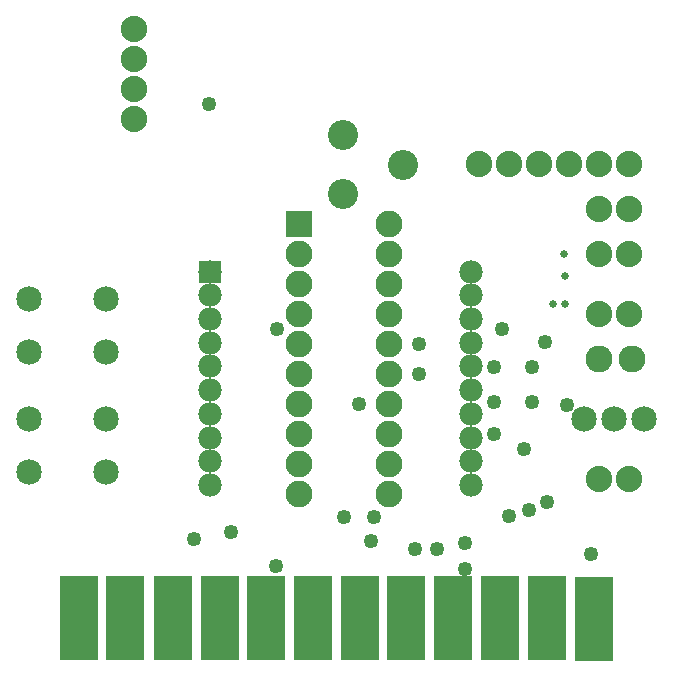
<source format=gts>
G04 MADE WITH FRITZING*
G04 WWW.FRITZING.ORG*
G04 DOUBLE SIDED*
G04 HOLES PLATED*
G04 CONTOUR ON CENTER OF CONTOUR VECTOR*
%ASAXBY*%
%FSLAX23Y23*%
%MOIN*%
%OFA0B0*%
%SFA1.0B1.0*%
%ADD10C,0.049370*%
%ADD11C,0.025748*%
%ADD12C,0.089370*%
%ADD13C,0.090000*%
%ADD14C,0.100551*%
%ADD15C,0.088000*%
%ADD16C,0.085000*%
%ADD17C,0.078000*%
%ADD18R,0.089370X0.089370*%
%ADD19R,0.061181X0.151823*%
%ADD20R,0.129522X0.280594*%
%ADD21R,0.078000X0.078000*%
%ADD22R,0.001000X0.001000*%
%LNMASK1*%
G90*
G70*
G54D10*
X1800Y1062D03*
G54D11*
X1825Y1190D03*
G54D10*
X1655Y1106D03*
X1630Y981D03*
X1629Y862D03*
X1630Y756D03*
X1730Y706D03*
X1745Y502D03*
X1367Y372D03*
X1441Y372D03*
X1130Y481D03*
X1230Y481D03*
X1680Y482D03*
X1872Y853D03*
G54D11*
X1866Y1190D03*
G54D10*
X1533Y308D03*
X1533Y394D03*
G54D11*
X1865Y1282D03*
G54D10*
X1755Y981D03*
X1756Y864D03*
X1805Y531D03*
X1954Y356D03*
X1380Y1056D03*
X1380Y957D03*
X629Y406D03*
X1221Y399D03*
X904Y318D03*
X754Y431D03*
X1180Y856D03*
G54D12*
X980Y1456D03*
X1280Y1456D03*
X980Y1356D03*
X1280Y1356D03*
X980Y1256D03*
X1280Y1256D03*
X980Y1156D03*
X1280Y1156D03*
X980Y1056D03*
X1280Y1056D03*
X980Y956D03*
X1280Y956D03*
X980Y856D03*
X1280Y856D03*
X980Y756D03*
X1280Y756D03*
X980Y656D03*
X1280Y656D03*
X980Y556D03*
X1280Y556D03*
G54D13*
X2090Y1006D03*
X1980Y1006D03*
X2090Y1006D03*
X1980Y1006D03*
G54D14*
X1125Y1558D03*
X1326Y1653D03*
X1127Y1753D03*
G54D15*
X2080Y1506D03*
X1980Y1506D03*
X2080Y606D03*
X1980Y606D03*
G54D16*
X335Y629D03*
X79Y629D03*
X335Y806D03*
X79Y806D03*
X335Y1029D03*
X79Y1029D03*
X335Y1206D03*
X79Y1206D03*
G54D17*
X682Y1298D03*
X682Y1219D03*
X682Y1140D03*
X682Y1061D03*
X682Y982D03*
X682Y903D03*
X682Y824D03*
X682Y745D03*
X682Y666D03*
X682Y587D03*
X1552Y587D03*
X1552Y666D03*
X1552Y745D03*
X1552Y824D03*
X1552Y903D03*
X1552Y982D03*
X1552Y1061D03*
X1552Y1140D03*
X1552Y1219D03*
X1552Y1298D03*
G54D15*
X2080Y1656D03*
X1980Y1656D03*
X1880Y1656D03*
X1780Y1656D03*
X1680Y1656D03*
X1580Y1656D03*
X430Y2106D03*
X430Y2006D03*
X430Y1906D03*
X430Y1806D03*
G54D16*
X2130Y806D03*
X2030Y806D03*
X1930Y806D03*
G54D15*
X1980Y1356D03*
X2080Y1356D03*
X1980Y1156D03*
X2080Y1156D03*
G54D10*
X679Y1857D03*
G54D11*
X1864Y1356D03*
G54D10*
X905Y1107D03*
G54D18*
X980Y1456D03*
G54D19*
X245Y141D03*
X1652Y131D03*
X1810Y131D03*
X1953Y131D03*
G54D20*
X246Y144D03*
X401Y143D03*
X559Y144D03*
X715Y143D03*
X870Y144D03*
X1026Y142D03*
X1182Y145D03*
X1337Y144D03*
X1807Y143D03*
X1494Y142D03*
X1650Y142D03*
X1962Y141D03*
G54D19*
X1030Y180D03*
X1179Y189D03*
X1337Y202D03*
G54D21*
X682Y1298D03*
G54D22*
X1124Y1795D02*
X1124Y1795D01*
X1116Y1794D02*
X1132Y1794D01*
X1112Y1793D02*
X1136Y1793D01*
X1109Y1792D02*
X1139Y1792D01*
X1107Y1791D02*
X1141Y1791D01*
X1105Y1790D02*
X1143Y1790D01*
X1104Y1789D02*
X1145Y1789D01*
X1102Y1788D02*
X1146Y1788D01*
X1101Y1787D02*
X1147Y1787D01*
X1099Y1786D02*
X1149Y1786D01*
X1098Y1785D02*
X1150Y1785D01*
X1097Y1784D02*
X1151Y1784D01*
X1096Y1783D02*
X1152Y1783D01*
X1095Y1782D02*
X1153Y1782D01*
X1094Y1781D02*
X1154Y1781D01*
X1093Y1780D02*
X1155Y1780D01*
X1093Y1779D02*
X1155Y1779D01*
X1092Y1778D02*
X1156Y1778D01*
X1091Y1777D02*
X1157Y1777D01*
X1091Y1776D02*
X1158Y1776D01*
X1090Y1775D02*
X1158Y1775D01*
X1089Y1774D02*
X1159Y1774D01*
X1089Y1773D02*
X1159Y1773D01*
X1088Y1772D02*
X1160Y1772D01*
X1088Y1771D02*
X1160Y1771D01*
X1088Y1770D02*
X1161Y1770D01*
X1087Y1769D02*
X1161Y1769D01*
X1087Y1768D02*
X1161Y1768D01*
X1086Y1767D02*
X1162Y1767D01*
X1086Y1766D02*
X1162Y1766D01*
X1086Y1765D02*
X1162Y1765D01*
X1086Y1764D02*
X1162Y1764D01*
X1085Y1763D02*
X1163Y1763D01*
X1085Y1762D02*
X1163Y1762D01*
X1085Y1761D02*
X1163Y1761D01*
X1085Y1760D02*
X1163Y1760D01*
X1085Y1759D02*
X1163Y1759D01*
X1085Y1758D02*
X1163Y1758D01*
X1085Y1757D02*
X1163Y1757D01*
X1085Y1756D02*
X1164Y1756D01*
X1085Y1755D02*
X1164Y1755D01*
X1085Y1754D02*
X1163Y1754D01*
X1085Y1753D02*
X1163Y1753D01*
X1085Y1752D02*
X1163Y1752D01*
X1085Y1751D02*
X1163Y1751D01*
X1085Y1750D02*
X1163Y1750D01*
X1085Y1749D02*
X1163Y1749D01*
X1085Y1748D02*
X1163Y1748D01*
X1085Y1747D02*
X1163Y1747D01*
X1086Y1746D02*
X1162Y1746D01*
X1086Y1745D02*
X1162Y1745D01*
X1086Y1744D02*
X1162Y1744D01*
X1086Y1743D02*
X1162Y1743D01*
X1087Y1742D02*
X1161Y1742D01*
X1087Y1741D02*
X1161Y1741D01*
X1088Y1740D02*
X1161Y1740D01*
X1088Y1739D02*
X1160Y1739D01*
X1088Y1738D02*
X1160Y1738D01*
X1089Y1737D02*
X1159Y1737D01*
X1089Y1736D02*
X1159Y1736D01*
X1090Y1735D02*
X1158Y1735D01*
X1091Y1734D02*
X1157Y1734D01*
X1091Y1733D02*
X1157Y1733D01*
X1092Y1732D02*
X1156Y1732D01*
X1093Y1731D02*
X1155Y1731D01*
X1093Y1730D02*
X1155Y1730D01*
X1094Y1729D02*
X1154Y1729D01*
X1095Y1728D02*
X1153Y1728D01*
X1096Y1727D02*
X1152Y1727D01*
X1097Y1726D02*
X1151Y1726D01*
X1098Y1725D02*
X1150Y1725D01*
X1099Y1724D02*
X1149Y1724D01*
X1101Y1723D02*
X1147Y1723D01*
X1102Y1722D02*
X1146Y1722D01*
X1104Y1721D02*
X1144Y1721D01*
X1105Y1720D02*
X1143Y1720D01*
X1107Y1719D02*
X1141Y1719D01*
X1110Y1718D02*
X1139Y1718D01*
X1112Y1717D02*
X1136Y1717D01*
X1116Y1716D02*
X1132Y1716D01*
X1323Y1695D02*
X1325Y1695D01*
X1316Y1694D02*
X1332Y1694D01*
X1312Y1693D02*
X1336Y1693D01*
X1309Y1692D02*
X1339Y1692D01*
X1307Y1691D02*
X1341Y1691D01*
X1305Y1690D02*
X1343Y1690D01*
X1304Y1689D02*
X1345Y1689D01*
X1302Y1688D02*
X1346Y1688D01*
X1301Y1687D02*
X1347Y1687D01*
X1299Y1686D02*
X1349Y1686D01*
X1298Y1685D02*
X1350Y1685D01*
X1297Y1684D02*
X1351Y1684D01*
X1296Y1683D02*
X1352Y1683D01*
X1295Y1682D02*
X1353Y1682D01*
X1294Y1681D02*
X1354Y1681D01*
X1293Y1680D02*
X1355Y1680D01*
X1293Y1679D02*
X1355Y1679D01*
X1292Y1678D02*
X1356Y1678D01*
X1291Y1677D02*
X1357Y1677D01*
X1291Y1676D02*
X1357Y1676D01*
X1290Y1675D02*
X1358Y1675D01*
X1289Y1674D02*
X1359Y1674D01*
X1289Y1673D02*
X1359Y1673D01*
X1288Y1672D02*
X1360Y1672D01*
X1288Y1671D02*
X1360Y1671D01*
X1287Y1670D02*
X1361Y1670D01*
X1287Y1669D02*
X1361Y1669D01*
X1287Y1668D02*
X1361Y1668D01*
X1286Y1667D02*
X1362Y1667D01*
X1286Y1666D02*
X1362Y1666D01*
X1286Y1665D02*
X1362Y1665D01*
X1286Y1664D02*
X1362Y1664D01*
X1285Y1663D02*
X1363Y1663D01*
X1285Y1662D02*
X1363Y1662D01*
X1285Y1661D02*
X1363Y1661D01*
X1285Y1660D02*
X1363Y1660D01*
X1285Y1659D02*
X1363Y1659D01*
X1285Y1658D02*
X1363Y1658D01*
X1285Y1657D02*
X1363Y1657D01*
X1285Y1656D02*
X1363Y1656D01*
X1285Y1655D02*
X1363Y1655D01*
X1285Y1654D02*
X1363Y1654D01*
X1285Y1653D02*
X1363Y1653D01*
X1285Y1652D02*
X1363Y1652D01*
X1285Y1651D02*
X1363Y1651D01*
X1285Y1650D02*
X1363Y1650D01*
X1285Y1649D02*
X1363Y1649D01*
X1285Y1648D02*
X1363Y1648D01*
X1285Y1647D02*
X1363Y1647D01*
X1286Y1646D02*
X1362Y1646D01*
X1286Y1645D02*
X1362Y1645D01*
X1286Y1644D02*
X1362Y1644D01*
X1286Y1643D02*
X1362Y1643D01*
X1287Y1642D02*
X1361Y1642D01*
X1287Y1641D02*
X1361Y1641D01*
X1288Y1640D02*
X1361Y1640D01*
X1288Y1639D02*
X1360Y1639D01*
X1288Y1638D02*
X1360Y1638D01*
X1289Y1637D02*
X1359Y1637D01*
X1289Y1636D02*
X1359Y1636D01*
X1290Y1635D02*
X1358Y1635D01*
X1291Y1634D02*
X1357Y1634D01*
X1291Y1633D02*
X1357Y1633D01*
X1292Y1632D02*
X1356Y1632D01*
X1293Y1631D02*
X1355Y1631D01*
X1293Y1630D02*
X1355Y1630D01*
X1294Y1629D02*
X1354Y1629D01*
X1295Y1628D02*
X1353Y1628D01*
X1296Y1627D02*
X1352Y1627D01*
X1297Y1626D02*
X1351Y1626D01*
X1298Y1625D02*
X1350Y1625D01*
X1299Y1624D02*
X1349Y1624D01*
X1301Y1623D02*
X1347Y1623D01*
X1302Y1622D02*
X1346Y1622D01*
X1304Y1621D02*
X1344Y1621D01*
X1305Y1620D02*
X1343Y1620D01*
X1307Y1619D02*
X1341Y1619D01*
X1310Y1618D02*
X1338Y1618D01*
X1312Y1617D02*
X1336Y1617D01*
X1316Y1616D02*
X1332Y1616D01*
X1123Y1595D02*
X1125Y1595D01*
X1116Y1594D02*
X1133Y1594D01*
X1112Y1593D02*
X1136Y1593D01*
X1109Y1592D02*
X1139Y1592D01*
X1107Y1591D02*
X1141Y1591D01*
X1105Y1590D02*
X1143Y1590D01*
X1104Y1589D02*
X1145Y1589D01*
X1102Y1588D02*
X1146Y1588D01*
X1101Y1587D02*
X1148Y1587D01*
X1099Y1586D02*
X1149Y1586D01*
X1098Y1585D02*
X1150Y1585D01*
X1097Y1584D02*
X1151Y1584D01*
X1096Y1583D02*
X1152Y1583D01*
X1095Y1582D02*
X1153Y1582D01*
X1094Y1581D02*
X1154Y1581D01*
X1093Y1580D02*
X1155Y1580D01*
X1093Y1579D02*
X1156Y1579D01*
X1092Y1578D02*
X1156Y1578D01*
X1091Y1577D02*
X1157Y1577D01*
X1091Y1576D02*
X1158Y1576D01*
X1090Y1575D02*
X1158Y1575D01*
X1089Y1574D02*
X1159Y1574D01*
X1089Y1573D02*
X1159Y1573D01*
X1088Y1572D02*
X1160Y1572D01*
X1088Y1571D02*
X1160Y1571D01*
X1087Y1570D02*
X1161Y1570D01*
X1087Y1569D02*
X1161Y1569D01*
X1087Y1568D02*
X1161Y1568D01*
X1086Y1567D02*
X1162Y1567D01*
X1086Y1566D02*
X1162Y1566D01*
X1086Y1565D02*
X1162Y1565D01*
X1086Y1564D02*
X1162Y1564D01*
X1085Y1563D02*
X1163Y1563D01*
X1085Y1562D02*
X1163Y1562D01*
X1085Y1561D02*
X1163Y1561D01*
X1085Y1560D02*
X1163Y1560D01*
X1085Y1559D02*
X1163Y1559D01*
X1085Y1558D02*
X1163Y1558D01*
X1085Y1557D02*
X1163Y1557D01*
X1085Y1556D02*
X1164Y1556D01*
X1085Y1555D02*
X1164Y1555D01*
X1085Y1554D02*
X1163Y1554D01*
X1085Y1553D02*
X1163Y1553D01*
X1085Y1552D02*
X1163Y1552D01*
X1085Y1551D02*
X1163Y1551D01*
X1085Y1550D02*
X1163Y1550D01*
X1085Y1549D02*
X1163Y1549D01*
X1085Y1548D02*
X1163Y1548D01*
X1085Y1547D02*
X1163Y1547D01*
X1086Y1546D02*
X1162Y1546D01*
X1086Y1545D02*
X1162Y1545D01*
X1086Y1544D02*
X1162Y1544D01*
X1087Y1543D02*
X1162Y1543D01*
X1087Y1542D02*
X1161Y1542D01*
X1087Y1541D02*
X1161Y1541D01*
X1088Y1540D02*
X1161Y1540D01*
X1088Y1539D02*
X1160Y1539D01*
X1088Y1538D02*
X1160Y1538D01*
X1089Y1537D02*
X1159Y1537D01*
X1090Y1536D02*
X1159Y1536D01*
X1090Y1535D02*
X1158Y1535D01*
X1091Y1534D02*
X1157Y1534D01*
X1091Y1533D02*
X1157Y1533D01*
X1092Y1532D02*
X1156Y1532D01*
X1093Y1531D02*
X1155Y1531D01*
X1094Y1530D02*
X1155Y1530D01*
X1094Y1529D02*
X1154Y1529D01*
X1095Y1528D02*
X1153Y1528D01*
X1096Y1527D02*
X1152Y1527D01*
X1097Y1526D02*
X1151Y1526D01*
X1098Y1525D02*
X1150Y1525D01*
X1100Y1524D02*
X1149Y1524D01*
X1101Y1523D02*
X1147Y1523D01*
X1102Y1522D02*
X1146Y1522D01*
X1104Y1521D02*
X1144Y1521D01*
X1106Y1520D02*
X1143Y1520D01*
X1108Y1519D02*
X1141Y1519D01*
X1110Y1518D02*
X1138Y1518D01*
X1113Y1517D02*
X1135Y1517D01*
X1117Y1516D02*
X1131Y1516D01*
D02*
G04 End of Mask1*
M02*
</source>
